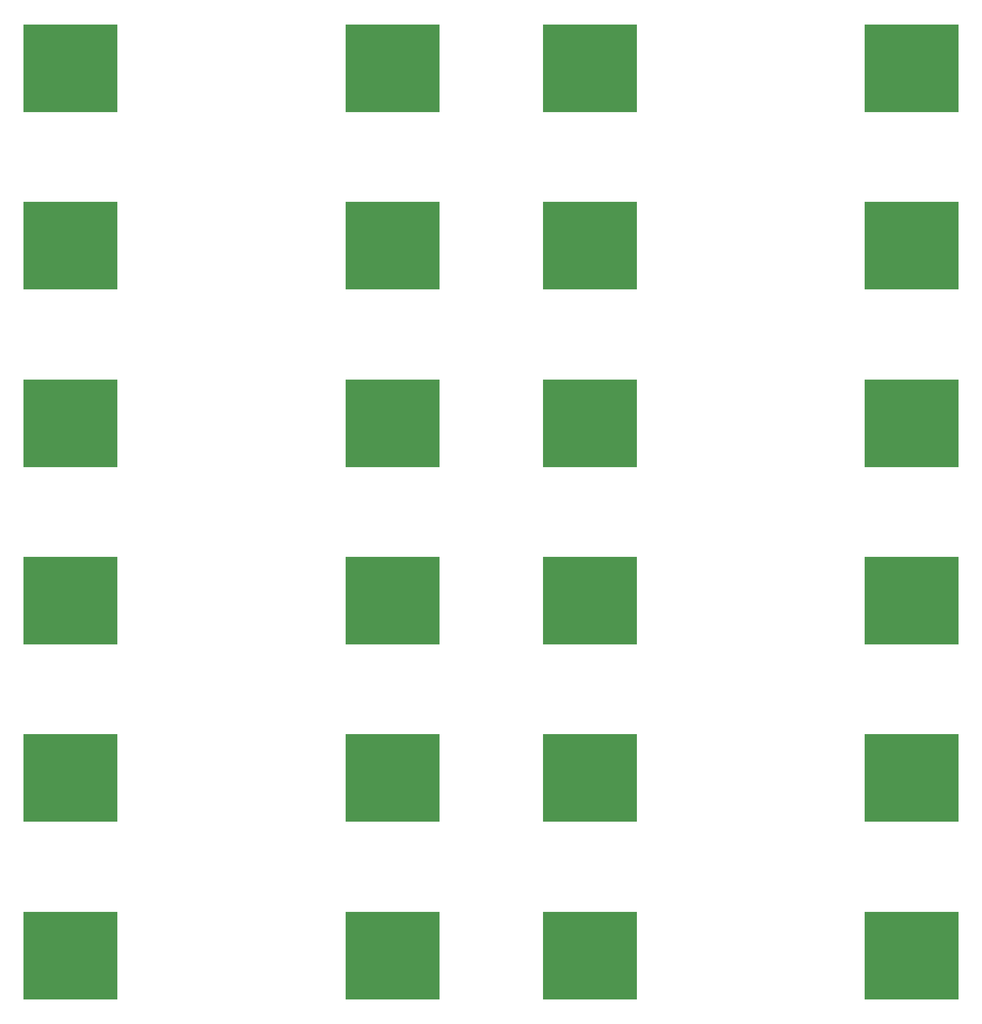
<source format=gbp>
G04 #@! TF.GenerationSoftware,KiCad,Pcbnew,8.0.5*
G04 #@! TF.CreationDate,2025-12-20T20:43:01-08:00*
G04 #@! TF.ProjectId,URBAN_CELL_BOARD,55524241-4e5f-4434-954c-4c5f424f4152,rev?*
G04 #@! TF.SameCoordinates,Original*
G04 #@! TF.FileFunction,Paste,Bot*
G04 #@! TF.FilePolarity,Positive*
%FSLAX46Y46*%
G04 Gerber Fmt 4.6, Leading zero omitted, Abs format (unit mm)*
G04 Created by KiCad (PCBNEW 8.0.5) date 2025-12-20 20:43:01*
%MOMM*%
%LPD*%
G01*
G04 APERTURE LIST*
%ADD10R,15.000000X14.000000*%
G04 APERTURE END LIST*
D10*
G04 #@! TO.C,BT6*
X148629000Y-99751000D03*
X97529000Y-99751000D03*
G04 #@! TD*
G04 #@! TO.C,BT7*
X231029000Y-99751000D03*
X179929000Y-99751000D03*
G04 #@! TD*
G04 #@! TO.C,BT5*
X148629000Y-127885000D03*
X97529000Y-127885000D03*
G04 #@! TD*
G04 #@! TO.C,BT9*
X231029000Y-156019000D03*
X179929000Y-156019000D03*
G04 #@! TD*
G04 #@! TO.C,BT3*
X148629000Y-184153000D03*
X97529000Y-184153000D03*
G04 #@! TD*
G04 #@! TO.C,BT10*
X231029000Y-184153000D03*
X179929000Y-184153000D03*
G04 #@! TD*
G04 #@! TO.C,BT4*
X148629000Y-156019000D03*
X97529000Y-156019000D03*
G04 #@! TD*
G04 #@! TO.C,BT11*
X231029000Y-212287000D03*
X179929000Y-212287000D03*
G04 #@! TD*
G04 #@! TO.C,BT1*
X148629000Y-240421000D03*
X97529000Y-240421000D03*
G04 #@! TD*
G04 #@! TO.C,BT12*
X231029000Y-240421000D03*
X179929000Y-240421000D03*
G04 #@! TD*
G04 #@! TO.C,BT2*
X148629000Y-212287000D03*
X97529000Y-212287000D03*
G04 #@! TD*
G04 #@! TO.C,BT8*
X231029000Y-127885000D03*
X179929000Y-127885000D03*
G04 #@! TD*
M02*

</source>
